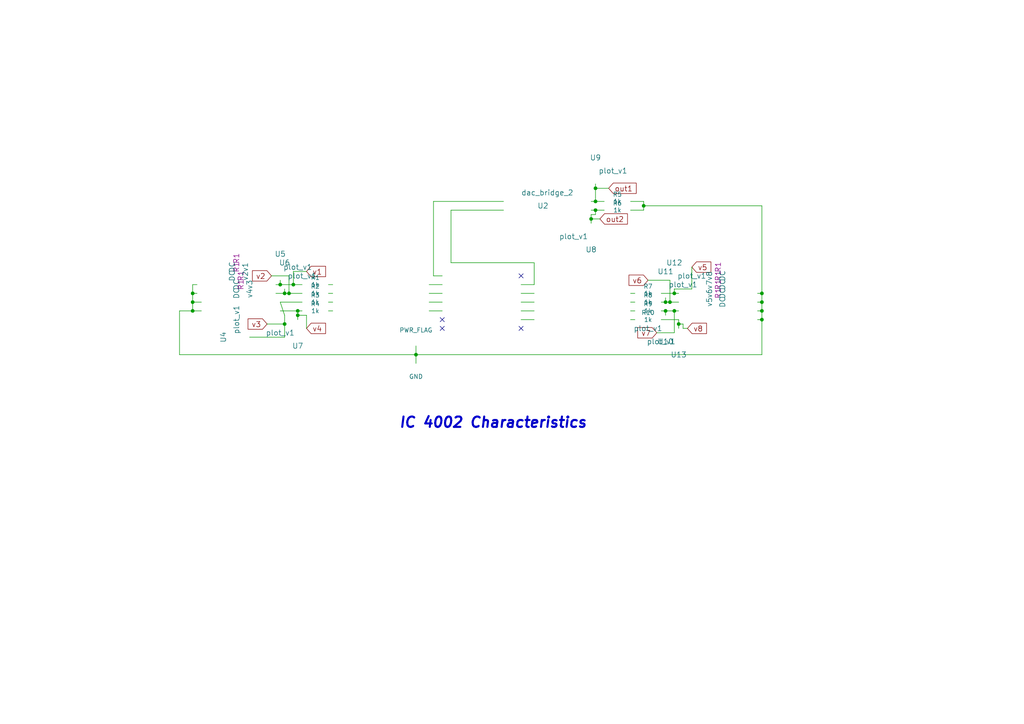
<source format=kicad_sch>
(kicad_sch (version 20230121) (generator eeschema)
  (paper "A4")
  (lib_symbols)
  (junction (at 85.09 82.55))
  (junction (at 81.28 82.55))
  (junction (at 186.69 59.69))
  (junction (at 86.36 91.44))
  (junction (at 171.45 63.5))
  (junction (at 194.31 87.63))
  (junction (at 172.72 58.42))
  (junction (at 55.88 87.63))
  (junction (at 220.98 90.17))
  (junction (at 220.98 87.63))
  (junction (at 195.58 85.09))
  (junction (at 82.55 93.98))
  (junction (at 220.98 92.71))
  (junction (at 86.36 90.17))
  (junction (at 193.04 90.17))
  (junction (at 195.58 90.17))
  (junction (at 172.72 54.61))
  (junction (at 55.88 85.09))
  (junction (at 55.88 90.17))
  (junction (at 83.82 85.09))
  (junction (at 193.04 87.63))
  (junction (at 82.55 85.09))
  (junction (at 120.65 102.87))
  (junction (at 196.85 93.98))
  (junction (at 172.72 60.96))
  (junction (at 220.98 85.09))
  (no_connect (at 151.13 95.25))
  (no_connect (at 128.27 95.25))
  (no_connect (at 151.13 80.01))
  (no_connect (at 128.27 92.71))
  (wire (pts (xy 200.66 77.47) (xy 200.66 83.82)))
  (wire (pts (xy 80.01 82.55) (xy 81.28 82.55)))
  (wire (pts (xy 194.31 87.63) (xy 193.04 87.63)))
  (wire (pts (xy 85.09 78.74) (xy 85.09 82.55)))
  (wire (pts (xy 171.45 62.23) (xy 172.72 62.23)))
  (wire (pts (xy 58.42 87.63) (xy 55.88 87.63)))
  (wire (pts (xy 120.65 102.87) (xy 220.98 102.87)))
  (wire (pts (xy 186.69 58.42) (xy 186.69 59.69)))
  (wire (pts (xy 55.88 87.63) (xy 55.88 90.17)))
  (wire (pts (xy 195.58 85.09) (xy 191.77 85.09)))
  (wire (pts (xy 81.28 87.63) (xy 87.63 87.63)))
  (wire (pts (xy 198.12 93.98) (xy 198.12 95.25)))
  (wire (pts (xy 57.15 82.55) (xy 55.88 82.55)))
  (wire (pts (xy 83.82 80.01) (xy 83.82 85.09)))
  (wire (pts (xy 196.85 95.25) (xy 196.85 93.98)))
  (wire (pts (xy 154.94 92.71) (xy 151.13 92.71)))
  (wire (pts (xy 125.73 80.01) (xy 125.73 58.42)))
  (wire (pts (xy 220.98 92.71) (xy 220.98 90.17)))
  (wire (pts (xy 88.9 78.74) (xy 85.09 78.74)))
  (wire (pts (xy 184.15 92.71) (xy 182.88 92.71)))
  (wire (pts (xy 86.36 90.17) (xy 87.63 90.17)))
  (wire (pts (xy 200.66 83.82) (xy 195.58 83.82)))
  (wire (pts (xy 88.9 91.44) (xy 86.36 91.44)))
  (wire (pts (xy 193.04 87.63) (xy 191.77 87.63)))
  (wire (pts (xy 128.27 80.01) (xy 125.73 80.01)))
  (wire (pts (xy 82.55 93.98) (xy 82.55 97.79)))
  (wire (pts (xy 130.81 76.2) (xy 130.81 60.96)))
  (wire (pts (xy 125.73 58.42) (xy 146.05 58.42)))
  (wire (pts (xy 220.98 59.69) (xy 186.69 59.69)))
  (wire (pts (xy 154.94 82.55) (xy 154.94 76.2)))
  (wire (pts (xy 81.28 90.17) (xy 86.36 90.17)))
  (wire (pts (xy 196.85 93.98) (xy 196.85 92.71)))
  (wire (pts (xy 195.58 90.17) (xy 196.85 90.17)))
  (wire (pts (xy 77.47 93.98) (xy 82.55 93.98)))
  (wire (pts (xy 81.28 82.55) (xy 85.09 82.55)))
  (wire (pts (xy 193.04 86.36) (xy 193.04 87.63)))
  (wire (pts (xy 184.15 85.09) (xy 182.88 85.09)))
  (wire (pts (xy 219.71 85.09) (xy 220.98 85.09)))
  (wire (pts (xy 194.31 81.28) (xy 194.31 87.63)))
  (wire (pts (xy 151.13 82.55) (xy 154.94 82.55)))
  (wire (pts (xy 95.25 87.63) (xy 96.52 87.63)))
  (wire (pts (xy 219.71 87.63) (xy 220.98 87.63)))
  (wire (pts (xy 82.55 91.44) (xy 81.28 87.63)))
  (wire (pts (xy 124.46 87.63) (xy 128.27 87.63)))
  (wire (pts (xy 172.72 58.42) (xy 171.45 58.42)))
  (wire (pts (xy 86.36 91.44) (xy 86.36 92.71)))
  (wire (pts (xy 220.98 92.71) (xy 219.71 92.71)))
  (wire (pts (xy 154.94 85.09) (xy 151.13 85.09)))
  (wire (pts (xy 171.45 63.5) (xy 171.45 64.77)))
  (wire (pts (xy 120.65 102.87) (xy 120.65 105.41)))
  (wire (pts (xy 219.71 90.17) (xy 220.98 90.17)))
  (wire (pts (xy 195.58 83.82) (xy 195.58 85.09)))
  (wire (pts (xy 220.98 85.09) (xy 220.98 59.69)))
  (wire (pts (xy 83.82 85.09) (xy 87.63 85.09)))
  (wire (pts (xy 82.55 97.79) (xy 72.39 97.79)))
  (wire (pts (xy 220.98 90.17) (xy 220.98 87.63)))
  (wire (pts (xy 175.26 60.96) (xy 172.72 60.96)))
  (wire (pts (xy 182.88 58.42) (xy 186.69 58.42)))
  (wire (pts (xy 124.46 85.09) (xy 128.27 85.09)))
  (wire (pts (xy 190.5 96.52) (xy 195.58 96.52)))
  (wire (pts (xy 196.85 85.09) (xy 195.58 85.09)))
  (wire (pts (xy 80.01 85.09) (xy 82.55 85.09)))
  (wire (pts (xy 186.69 59.69) (xy 186.69 60.96)))
  (wire (pts (xy 186.69 60.96) (xy 182.88 60.96)))
  (wire (pts (xy 57.15 85.09) (xy 55.88 85.09)))
  (wire (pts (xy 86.36 90.17) (xy 86.36 91.44)))
  (wire (pts (xy 82.55 85.09) (xy 83.82 85.09)))
  (wire (pts (xy 85.09 82.55) (xy 87.63 82.55)))
  (wire (pts (xy 55.88 90.17) (xy 58.42 90.17)))
  (wire (pts (xy 220.98 87.63) (xy 220.98 85.09)))
  (wire (pts (xy 52.07 90.17) (xy 52.07 102.87)))
  (wire (pts (xy 196.85 87.63) (xy 194.31 87.63)))
  (wire (pts (xy 82.55 83.82) (xy 82.55 85.09)))
  (wire (pts (xy 52.07 90.17) (xy 55.88 90.17)))
  (wire (pts (xy 82.55 91.44) (xy 82.55 93.98)))
  (wire (pts (xy 95.25 82.55) (xy 96.52 82.55)))
  (wire (pts (xy 196.85 92.71) (xy 191.77 92.71)))
  (wire (pts (xy 154.94 76.2) (xy 130.81 76.2)))
  (wire (pts (xy 172.72 53.34) (xy 172.72 54.61)))
  (wire (pts (xy 176.53 54.61) (xy 172.72 54.61)))
  (wire (pts (xy 184.15 87.63) (xy 182.88 87.63)))
  (wire (pts (xy 198.12 93.98) (xy 196.85 93.98)))
  (wire (pts (xy 171.45 62.23) (xy 171.45 63.5)))
  (wire (pts (xy 52.07 102.87) (xy 120.65 102.87)))
  (wire (pts (xy 81.28 81.28) (xy 81.28 82.55)))
  (wire (pts (xy 175.26 58.42) (xy 172.72 58.42)))
  (wire (pts (xy 95.25 90.17) (xy 96.52 90.17)))
  (wire (pts (xy 55.88 85.09) (xy 55.88 87.63)))
  (wire (pts (xy 193.04 90.17) (xy 195.58 90.17)))
  (wire (pts (xy 124.46 82.55) (xy 128.27 82.55)))
  (wire (pts (xy 195.58 96.52) (xy 195.58 90.17)))
  (wire (pts (xy 220.98 102.87) (xy 220.98 92.71)))
  (wire (pts (xy 184.15 90.17) (xy 182.88 90.17)))
  (wire (pts (xy 172.72 54.61) (xy 172.72 58.42)))
  (wire (pts (xy 88.9 95.25) (xy 88.9 91.44)))
  (wire (pts (xy 55.88 82.55) (xy 55.88 85.09)))
  (wire (pts (xy 187.96 81.28) (xy 194.31 81.28)))
  (wire (pts (xy 193.04 91.44) (xy 193.04 90.17)))
  (wire (pts (xy 172.72 62.23) (xy 172.72 60.96)))
  (wire (pts (xy 124.46 90.17) (xy 128.27 90.17)))
  (wire (pts (xy 154.94 90.17) (xy 151.13 90.17)))
  (wire (pts (xy 120.65 100.33) (xy 120.65 102.87)))
  (wire (pts (xy 198.12 95.25) (xy 199.39 95.25)))
  (wire (pts (xy 130.81 60.96) (xy 146.05 60.96)))
  (wire (pts (xy 191.77 90.17) (xy 193.04 90.17)))
  (wire (pts (xy 172.72 60.96) (xy 171.45 60.96)))
  (wire (pts (xy 173.99 63.5) (xy 171.45 63.5)))
  (wire (pts (xy 95.25 85.09) (xy 96.52 85.09)))
  (wire (pts (xy 154.94 87.63) (xy 151.13 87.63)))
  (wire (pts (xy 78.74 80.01) (xy 83.82 80.01)))
  (text "IC 4002 Characteristics" (at 115.57 124.46 0) (effects (font (size 2.9972 2.9972) (thickness 0.5994) bold italic) (justify left bottom)))
  (global_label "v2" (shape input) (at 78.74 80.01 180) (effects (font (size 1.524 1.524))) (property "Intersheetrefs" "${INTERSHEET_REFS}" (effects hide)))
  (global_label "out1" (shape input) (at 176.53 54.61 0) (effects (font (size 1.524 1.524))) (property "Intersheetrefs" "${INTERSHEET_REFS}" (effects hide)))
  (global_label "out2" (shape input) (at 173.99 63.5 0) (effects (font (size 1.524 1.524))) (property "Intersheetrefs" "${INTERSHEET_REFS}" (effects hide)))
  (global_label "v3" (shape input) (at 77.47 93.98 180) (effects (font (size 1.524 1.524))) (property "Intersheetrefs" "${INTERSHEET_REFS}" (effects hide)))
  (global_label "v5" (shape input) (at 200.66 77.47 0) (effects (font (size 1.524 1.524))) (property "Intersheetrefs" "${INTERSHEET_REFS}" (effects hide)))
  (global_label "v7" (shape input) (at 190.5 96.52 180) (effects (font (size 1.524 1.524))) (property "Intersheetrefs" "${INTERSHEET_REFS}" (effects hide)))
  (global_label "v6" (shape input) (at 187.96 81.28 180) (effects (font (size 1.524 1.524))) (property "Intersheetrefs" "${INTERSHEET_REFS}" (effects hide)))
  (global_label "v8" (shape input) (at 199.39 95.25 0) (effects (font (size 1.524 1.524))) (property "Intersheetrefs" "${INTERSHEET_REFS}" (effects hide)))
  (global_label "v4" (shape input) (at 88.9 95.25 0) (effects (font (size 1.524 1.524))) (property "Intersheetrefs" "${INTERSHEET_REFS}" (effects hide)))
  (global_label "v1" (shape input) (at 88.9 78.74 0) (effects (font (size 1.524 1.524))) (property "Intersheetrefs" "${INTERSHEET_REFS}" (effects hide)))
  (symbol (lib_id "IC_4002") (at 139.7 86.36 0) (unit 1)
    (property "Reference" "X1" (at 139.7 82.55 0) (effects (font (size 1.524 1.524))))
    (property "Value" "IC_4002" (at 139.7 86.36 0) (effects (font (size 1.524 1.524))))
  )
  (symbol (lib_id "adc_bridge_4") (at 110.49 87.63 0) (unit 1)
    (property "Reference" "U1" (at 110.49 87.63 0) (effects (font (size 1.524 1.524))))
    (property "Value" "adc_bridge_4" (at 110.49 80.01 0) (effects (font (size 1.524 1.524))))
  )
  (symbol (lib_id "adc_bridge_4") (at 168.91 87.63 180) (unit 1)
    (property "Reference" "U3" (at 168.91 87.63 0) (effects (font (size 1.524 1.524))))
    (property "Value" "adc_bridge_4" (at 168.91 95.25 0) (effects (font (size 1.524 1.524))))
  )
  (symbol (lib_id "dac_bridge_2") (at 157.48 59.69 0) (unit 1)
    (property "Reference" "U2" (at 157.48 59.69 0) (effects (font (size 1.524 1.524))))
    (property "Value" "dac_bridge_2" (at 158.75 55.88 0) (effects (font (size 1.524 1.524))))
  )
  (symbol (lib_id "DC-RESCUE-4_Input_NOR_Characteristics") (at 68.58 82.55 270) (unit 1)
    (property "Reference" "v1" (at 71.12 77.47 0) (effects (font (size 1.524 1.524))))
    (property "Value" "DC" (at 67.31 77.47 0) (effects (font (size 1.524 1.524))))
    (property "Footprint" "R1" (at 68.58 74.93 0) (effects (font (size 1.524 1.524))))
  )
  (symbol (lib_id "DC-RESCUE-4_Input_NOR_Characteristics") (at 68.58 85.09 270) (unit 1)
    (property "Reference" "v2" (at 71.12 80.01 0) (effects (font (size 1.524 1.524))))
    (property "Value" "DC" (at 67.31 80.01 0) (effects (font (size 1.524 1.524))))
    (property "Footprint" "R1" (at 68.58 77.47 0) (effects (font (size 1.524 1.524))))
  )
  (symbol (lib_id "DC-RESCUE-4_Input_NOR_Characteristics") (at 69.85 87.63 270) (unit 1)
    (property "Reference" "v3" (at 72.39 82.55 0) (effects (font (size 1.524 1.524))))
    (property "Value" "DC" (at 68.58 82.55 0) (effects (font (size 1.524 1.524))))
    (property "Footprint" "R1" (at 69.85 80.01 0) (effects (font (size 1.524 1.524))))
  )
  (symbol (lib_id "DC-RESCUE-4_Input_NOR_Characteristics") (at 69.85 90.17 270) (unit 1)
    (property "Reference" "v4" (at 72.39 85.09 0) (effects (font (size 1.524 1.524))))
    (property "Value" "DC" (at 68.58 85.09 0) (effects (font (size 1.524 1.524))))
    (property "Footprint" "R1" (at 69.85 82.55 0) (effects (font (size 1.524 1.524))))
  )
  (symbol (lib_id "DC-RESCUE-4_Input_NOR_Characteristics") (at 208.28 87.63 90) (mirror x) (unit 1)
    (property "Reference" "v7" (at 205.74 82.55 0) (effects (font (size 1.524 1.524))))
    (property "Value" "DC" (at 209.55 82.55 0) (effects (font (size 1.524 1.524))))
    (property "Footprint" "R1" (at 208.28 80.01 0) (effects (font (size 1.524 1.524))))
  )
  (symbol (lib_id "DC-RESCUE-4_Input_NOR_Characteristics") (at 208.28 85.09 90) (mirror x) (unit 1)
    (property "Reference" "v8" (at 205.74 80.01 0) (effects (font (size 1.524 1.524))))
    (property "Value" "DC" (at 209.55 80.01 0) (effects (font (size 1.524 1.524))))
    (property "Footprint" "R1" (at 208.28 77.47 0) (effects (font (size 1.524 1.524))))
  )
  (symbol (lib_id "DC-RESCUE-4_Input_NOR_Characteristics") (at 208.28 92.71 90) (mirror x) (unit 1)
    (property "Reference" "v5" (at 205.74 87.63 0) (effects (font (size 1.524 1.524))))
    (property "Value" "DC" (at 209.55 87.63 0) (effects (font (size 1.524 1.524))))
    (property "Footprint" "R1" (at 208.28 85.09 0) (effects (font (size 1.524 1.524))))
  )
  (symbol (lib_id "DC-RESCUE-4_Input_NOR_Characteristics") (at 208.28 90.17 90) (mirror x) (unit 1)
    (property "Reference" "v6" (at 205.74 85.09 0) (effects (font (size 1.524 1.524))))
    (property "Value" "DC" (at 209.55 85.09 0) (effects (font (size 1.524 1.524))))
    (property "Footprint" "R1" (at 208.28 82.55 0) (effects (font (size 1.524 1.524))))
  )
  (symbol (lib_id "eSim_R") (at 90.17 83.82 0) (unit 1)
    (property "Reference" "R1" (at 91.44 80.518 0))
    (property "Value" "1k" (at 91.44 82.55 0))
  )
  (symbol (lib_id "eSim_R") (at 90.17 86.36 0) (unit 1)
    (property "Reference" "R2" (at 91.44 83.058 0))
    (property "Value" "1k" (at 91.44 85.09 0))
  )
  (symbol (lib_id "eSim_R") (at 90.17 88.9 0) (unit 1)
    (property "Reference" "R3" (at 91.44 85.598 0))
    (property "Value" "1k" (at 91.44 87.63 0))
  )
  (symbol (lib_id "eSim_R") (at 90.17 91.44 0) (unit 1)
    (property "Reference" "R4" (at 91.44 88.138 0))
    (property "Value" "1k" (at 91.44 90.17 0))
  )
  (symbol (lib_id "eSim_R") (at 186.69 86.36 0) (unit 1)
    (property "Reference" "R7" (at 187.96 83.058 0))
    (property "Value" "1k" (at 187.96 85.09 0))
  )
  (symbol (lib_id "eSim_R") (at 186.69 88.9 0) (unit 1)
    (property "Reference" "R8" (at 187.96 85.598 0))
    (property "Value" "1k" (at 187.96 87.63 0))
  )
  (symbol (lib_id "eSim_R") (at 186.69 91.44 0) (unit 1)
    (property "Reference" "R9" (at 187.96 88.138 0))
    (property "Value" "1k" (at 187.96 90.17 0))
  )
  (symbol (lib_id "eSim_R") (at 186.69 93.98 0) (unit 1)
    (property "Reference" "R10" (at 187.96 90.678 0))
    (property "Value" "1k" (at 187.96 92.71 0))
  )
  (symbol (lib_id "eSim_R") (at 177.8 59.69 0) (unit 1)
    (property "Reference" "R5" (at 179.07 56.388 0))
    (property "Value" "1k" (at 179.07 58.42 0))
  )
  (symbol (lib_id "eSim_R") (at 177.8 62.23 0) (unit 1)
    (property "Reference" "R6" (at 179.07 58.928 0))
    (property "Value" "1k" (at 179.07 60.96 0))
  )
  (symbol (lib_id "plot_v1") (at 172.72 58.42 0) (unit 1)
    (property "Reference" "U9" (at 172.72 45.72 0) (effects (font (size 1.524 1.524))))
    (property "Value" "plot_v1" (at 177.8 49.53 0) (effects (font (size 1.524 1.524))))
  )
  (symbol (lib_id "plot_v1") (at 171.45 59.69 180) (unit 1)
    (property "Reference" "U8" (at 171.45 72.39 0) (effects (font (size 1.524 1.524))))
    (property "Value" "plot_v1" (at 166.37 68.58 0) (effects (font (size 1.524 1.524))))
  )
  (symbol (lib_id "plot_v1") (at 81.28 86.36 0) (unit 1)
    (property "Reference" "U5" (at 81.28 73.66 0) (effects (font (size 1.524 1.524))))
    (property "Value" "plot_v1" (at 86.36 77.47 0) (effects (font (size 1.524 1.524))))
  )
  (symbol (lib_id "plot_v1") (at 82.55 88.9 0) (unit 1)
    (property "Reference" "U6" (at 82.55 76.2 0) (effects (font (size 1.524 1.524))))
    (property "Value" "plot_v1" (at 87.63 80.01 0) (effects (font (size 1.524 1.524))))
  )
  (symbol (lib_id "plot_v1") (at 77.47 97.79 90) (unit 1)
    (property "Reference" "U4" (at 64.77 97.79 0) (effects (font (size 1.524 1.524))))
    (property "Value" "plot_v1" (at 68.58 92.71 0) (effects (font (size 1.524 1.524))))
  )
  (symbol (lib_id "plot_v1") (at 86.36 87.63 180) (unit 1)
    (property "Reference" "U7" (at 86.36 100.33 0) (effects (font (size 1.524 1.524))))
    (property "Value" "plot_v1" (at 81.28 96.52 0) (effects (font (size 1.524 1.524))))
  )
  (symbol (lib_id "plot_v1") (at 195.58 88.9 0) (unit 1)
    (property "Reference" "U12" (at 195.58 76.2 0) (effects (font (size 1.524 1.524))))
    (property "Value" "plot_v1" (at 200.66 80.01 0) (effects (font (size 1.524 1.524))))
  )
  (symbol (lib_id "plot_v1") (at 193.04 91.44 0) (unit 1)
    (property "Reference" "U11" (at 193.04 78.74 0) (effects (font (size 1.524 1.524))))
    (property "Value" "plot_v1" (at 198.12 82.55 0) (effects (font (size 1.524 1.524))))
  )
  (symbol (lib_id "plot_v1") (at 193.04 86.36 180) (unit 1)
    (property "Reference" "U10" (at 193.04 99.06 0) (effects (font (size 1.524 1.524))))
    (property "Value" "plot_v1" (at 187.96 95.25 0) (effects (font (size 1.524 1.524))))
  )
  (symbol (lib_id "plot_v1") (at 196.85 90.17 180) (unit 1)
    (property "Reference" "U13" (at 196.85 102.87 0) (effects (font (size 1.524 1.524))))
    (property "Value" "plot_v1" (at 191.77 99.06 0) (effects (font (size 1.524 1.524))))
  )
  (symbol (lib_id "PWR_FLAG") (at 120.65 100.33 0) (unit 1)
    (property "Reference" "#FLG01" (effects hide))
    (property "Value" "PWR_FLAG" (at 120.65 95.758 0))
  )
  (symbol (lib_id "GND") (at 120.65 105.41 0) (unit 1)
    (property "Reference" "#PWR02" (effects hide))
    (property "Value" "GND" (at 120.65 109.22 0))
  )
)
</source>
